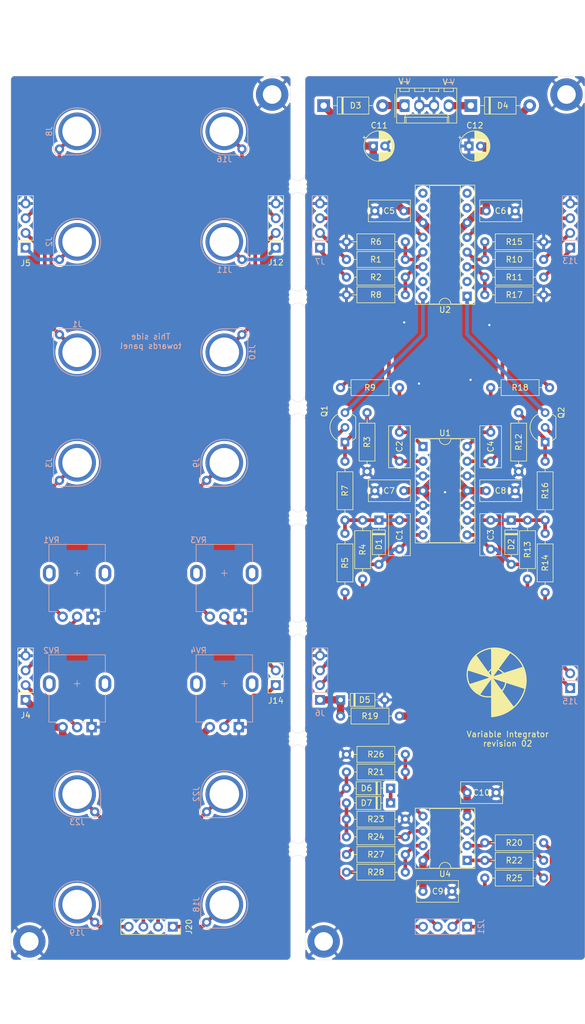
<source format=kicad_pcb>
(kicad_pcb (version 20221018) (generator pcbnew)
  (title_block (title "Variable Integrator and extras") (date "2022-09-03") (rev "r02") (comment 2 "creativecommons.org/licenses/by/4.0/") (comment 3 "License: CC BY 4.0") (comment 4 "Author: Guy John"))
  (layers (0 "F.Cu" signal) (31 "B.Cu" signal) (36 "B.SilkS" user "B.Silkscreen") (37 "F.SilkS" user "F.Silkscreen") (38 "B.Mask" user) (39 "F.Mask" user) (44 "Edge.Cuts" user))
  (net 0 "")
  (net 1 "/I1_Output_Main")
  (net 2 "/I2_Output_Main")
  (net 3 "+12V")
  (net 4 "GND")
  (net 5 "-12V")
  (net 6 "/Extras/NonLinearity_Input_Main")
  (net 7 "/I1_InputNeg_Ctrl")
  (net 8 "/I1_InputPos_Ctrl")
  (net 9 "Net-(J3-Pad1)")
  (net 10 "/I1_Output_Ctrl")
  (net 11 "/I1_InputNeg_Main")
  (net 12 "/I1_InputPos_Main")
  (net 13 "/I2_InputNeg_Ctrl")
  (net 14 "/I2_InputPos_Ctrl")
  (net 15 "/I2_Output_Ctrl")
  (net 16 "/I2_InputNeg_Main")
  (net 17 "/I2_InputPos_Main")
  (net 18 "/Extras/Inverter_Input_Ctrl")
  (net 19 "/Extras/Inverter_Output_Ctrl")
  (net 20 "/Extras/NonLinearity_Input_Ctrl")
  (net 21 "/Extras/NonLinearity_Output_Ctrl")
  (net 22 "/Extras/Inverter_Input_Main")
  (net 23 "/Extras/Inverter_Output_Main")
  (net 24 "/Extras/NonLinearity_Output_Main")
  (net 25 "Net-(D1-K)")
  (net 26 "Net-(D1-A)")
  (net 27 "Net-(U1A--)")
  (net 29 "Net-(D2-K)")
  (net 32 "Net-(D2-A)")
  (net 34 "Net-(U1D--)")
  (net 35 "Net-(C2-Pad2)")
  (net 36 "Net-(C4-Pad2)")
  (net 37 "Net-(D3-A)")
  (net 38 "Net-(D4-K)")
  (net 39 "Net-(D6-K)")
  (net 40 "Net-(D7-A)")
  (net 41 "/I1_Rate_Ctrl")
  (net 42 "/I1_RateCV_Ctrl")
  (net 43 "/I1_Rate_Main")
  (net 44 "/I1_RateCV_Main")
  (net 45 "Net-(J9-Pad1)")
  (net 46 "/I2_Rate_Ctrl")
  (net 47 "/I2_RateCV_Ctrl")
  (net 48 "/I2_Rate_Main")
  (net 49 "/I2_RateCV_Main")
  (net 50 "Net-(Q1-E)")
  (net 51 "Net-(Q1-C)")
  (net 52 "Net-(Q2-E)")
  (net 53 "Net-(Q2-C)")
  (net 54 "Net-(U2A--)")
  (net 55 "Net-(U2A-+)")
  (net 56 "Net-(U2C--)")
  (net 57 "Net-(R22-Pad1)")
  (net 58 "Net-(U2C-+)")
  (net 59 "Net-(R27-Pad1)")
  (net 60 "V_REF")
  (net 61 "Net-(U4A--)")
  (net 62 "Net-(U4B-+)")
  (net 63 "Net-(U4B--)")
  (footprint "Rumblesan_Standard_Parts:R_Axial_DIN0207_L6.3mm_D2.5mm_P10.16mm_Horizontal" (layer "F.Cu") (at 116.332 154.94)
    (fp_text reference "R21")
    (fp_text value "390k")
  )
  (footprint "Package_TO_SOT_THT:TO-92_Inline_Wide" (layer "F.Cu") (at 150.622 98.044 90)
    (fp_text reference "Q2")
    (fp_text value "2N3906")
  )
  (footprint "Rumblesan_Standard_Parts:C_Rect_L7.0mm_W3.5mm_P5.00mm" (layer "F.Cu") (at 126.238 58.166 180)
    (fp_text reference "C5")
    (fp_text value "100nF")
  )
  (footprint "Rumblesan_Standard_Parts:R_Axial_DIN0207_L6.3mm_D2.5mm_P10.16mm_Horizontal" (layer "F.Cu") (at 140.208 170.18)
    (fp_text reference "R22")
    (fp_text value "10k")
  )
  (footprint "Rumblesan_Standard_Parts:R_Axial_DIN0207_L6.3mm_D2.5mm_P10.16mm_Horizontal" (layer "F.Cu") (at 140.208 69.596)
    (fp_text reference "R11")
    (fp_text value "100k")
  )
  (footprint "Connector_PinSocket_2.54mm:PinSocket_1x04_P2.54mm_Vertical" (layer "F.Cu") (at 86.36 181.61 -90)
    (fp_text reference "J20")
    (fp_text value "Conn_01x04_Female" hide)
  )
  (footprint "Rumblesan_Standard_Parts:MountingHole_3.2mm_M3_DIN965_Pad" (layer "F.Cu") (at 112.395 184.15)
    (fp_text reference "H3" hide)
    (fp_text value "MountingHole_Pad" hide)
  )
  (footprint "Panelization:mouse-bite-2.54mm-slot" (layer "F.Cu") (at 107.95 92.075 90)
    (fp_text reference "mouse-bite-2.54mm-slot" hide)
    (fp_text value "VAL**" hide)
    (fp_arc (start -2.286 -1.27) (mid -1.016 0) (end -2.286 1.27) (stroke (width 0.05)) (layer "Edge.Cuts"))
    (fp_arc (start 2.286 1.27) (mid 1.016 0) (end 2.286 -1.27) (stroke (width 0.05)) (layer "Edge.Cuts"))
  )
  (footprint "Rumblesan_Standard_Parts:D_DO-35_SOD27_P7.62mm_Horizontal" (layer "F.Cu") (at 115.316 142.494)
    (fp_text reference "D5")
    (fp_text value "5v1")
  )
  (footprint "Rumblesan_Standard_Parts:MountingHole_3.2mm_M3_DIN965_Pad" (layer "F.Cu") (at 103.505 38.1)
    (fp_text reference "H2" hide)
    (fp_text value "MountingHole_Pad" hide)
  )
  (footprint "Rumblesan_Standard_Parts:R_Axial_DIN0207_L6.3mm_D2.5mm_P10.16mm_Horizontal" (layer "F.Cu") (at 126.492 72.644 180)
    (fp_text reference "R8")
    (fp_text value "220r")
  )
  (footprint "Rumblesan_Standard_Parts:DIP-16_W7.62mm_Socket" (layer "F.Cu") (at 137.15 72.898 180)
    (fp_text reference "U2")
    (fp_text value "LM13700")
  )
  (footprint "Connector_PinSocket_2.54mm:PinSocket_1x02_P2.54mm_Vertical" (layer "F.Cu") (at 104.14 139.954 180)
    (fp_text reference "J14")
    (fp_text value "Conn_01x02_Female" hide)
  )
  (footprint "Rumblesan_Standard_Parts:R_Axial_DIN0207_L6.3mm_D2.5mm_P10.16mm_Horizontal" (layer "F.Cu") (at 126.492 63.5 180)
    (fp_text reference "R6")
    (fp_text value "220r")
  )
  (footprint "Panelization:mouse-bite-2.54mm-slot" (layer "F.Cu") (at 107.95 73.025 90)
    (fp_text reference "mouse-bite-2.54mm-slot" hide)
    (fp_text value "VAL**" hide)
    (fp_arc (start -2.286 -1.27) (mid -1.016 0) (end -2.286 1.27) (stroke (width 0.05)) (layer "Edge.Cuts"))
    (fp_arc (start 2.286 1.27) (mid 1.016 0) (end 2.286 -1.27) (stroke (width 0.05)) (layer "Edge.Cuts"))
  )
  (footprint "Rumblesan_Standard_Parts:C_Rect_L7.0mm_W3.5mm_P5.00mm" (layer "F.Cu") (at 141.224 111.506 -90)
    (fp_text reference "C3")
    (fp_text value "100pF")
  )
  (footprint "Panelization:mouse-bite-2.54mm-slot" (layer "F.Cu") (at 107.95 53.975 90)
    (fp_text reference "mouse-bite-2.54mm-slot" hide)
    (fp_text value "VAL**" hide)
    (fp_arc (start -2.286 -1.27) (mid -1.016 0) (end -2.286 1.27) (stroke (width 0.05)) (layer "Edge.Cuts"))
    (fp_arc (start 2.286 1.27) (mid 1.016 0) (end 2.286 -1.27) (stroke (width 0.05)) (layer "Edge.Cuts"))
  )
  (footprint "Rumblesan_Standard_Parts:R_Axial_DIN0207_L6.3mm_D2.5mm_P10.16mm_Horizontal" (layer "F.Cu") (at 115.316 145.288)
    (fp_text reference "R19")
    (fp_text value "1k")
  )
  (footprint "Panelization:mouse-bite-2.54mm-slot" (layer "F.Cu") (at 107.95 130.175 90)
    (fp_text reference "mouse-bite-2.54mm-slot" hide)
    (fp_text value "VAL**" hide)
    (fp_arc (start -2.286 -1.27) (mid -1.016 0) (end -2.286 1.27) (stroke (width 0.05)) (layer "Edge.Cuts"))
    (fp_arc (start 2.286 1.27) (mid 1.016 0) (end 2.286 -1.27) (stroke (width 0.05)) (layer "Edge.Cuts"))
  )
  (footprint "Rumblesan_Standard_Parts:D_DO-41_SOD81_P10.16mm_Horizontal" (layer "F.Cu") (at 137.795 40.005)
    (fp_text reference "D4")
    (fp_text value "1N5818")
  )
  (footprint "Rumblesan_Standard_Parts:R_Axial_DIN0207_L6.3mm_D2.5mm_P10.16mm_Horizontal" (layer "F.Cu") (at 119.126 111.506 -90)
    (fp_text reference "R4")
    (fp_text value "100k")
  )
  (footprint "Rumblesan_Standard_Parts:R_Axial_DIN0207_L6.3mm_D2.5mm_P10.16mm_Horizontal" (layer "F.Cu") (at 140.208 66.548)
    (fp_text reference "R10")
    (fp_text value "100k")
  )
  (footprint "Rumblesan_Standard_Parts:R_Axial_DIN0207_L6.3mm_D2.5mm_P10.16mm_Horizontal" (layer "F.Cu") (at 126.492 66.548 180)
    (fp_text reference "R1")
    (fp_text value "100k")
  )
  (footprint "Rumblesan_Standard_Parts:R_Axial_DIN0207_L6.3mm_D2.5mm_P10.16mm_Horizontal" (layer "F.Cu") (at 150.622 123.952 90)
    (fp_text reference "R14")
    (fp_text value "100k")
  )
  (footprint "Rumblesan_Panel_Graphics:Logo_Ammonite-simple_small_10.4mmx12.0mm" (layer "F.Cu") (at 141.605 138.43)
    (fp_text reference "G***" hide)
    (fp_text value "LOGO" hide)
  )
  (footprint "Rumblesan_Standard_Parts:D_DO-41_SOD81_P10.16mm_Horizontal" (layer "F.Cu") (at 112.395 40.005)
    (fp_text reference "D3")
    (fp_text value "1N5818")
  )
  (footprint "Rumblesan_Standard_Parts:DIP-8_W7.62mm_Socket" (layer "F.Cu") (at 137.16 170.18 180)
    (fp_text reference "U4")
    (fp_text value "TL072")
  )
  (footprint "Rumblesan_Standard_Parts:R_Axial_DIN0207_L6.3mm_D2.5mm_P10.16mm_Horizontal" (layer "F.Cu") (at 151.384 88.646 180)
    (fp_text reference "R18")
    (fp_text value "330r")
  )
  (footprint "Rumblesan_Standard_Parts:D_DO-35_SOD27_P7.62mm_Horizontal" (layer "F.Cu") (at 121.92 111.506 -90)
    (fp_text reference "D1")
    (fp_text value "1N4148")
  )
  (footprint "Rumblesan_Standard_Parts:R_Axial_DIN0207_L6.3mm_D2.5mm_P10.16mm_Horizontal" (layer "F.Cu") (at 140.208 63.5)
    (fp_text reference "R15")
    (fp_text value "220r")
  )
  (footprint "Rumblesan_Standard_Parts:R_Axial_DIN0207_L6.3mm_D2.5mm_P10.16mm_Horizontal" (layer "F.Cu") (at 126.492 69.596 180)
    (fp_text reference "R2")
    (fp_text value "100k")
  )
  (footprint "Rumblesan_Standard_Parts:C_Rect_L7.0mm_W3.5mm_P5.00mm" (layer "F.Cu") (at 142.16 158.496 180)
    (fp_text reference "C10")
    (fp_text value "100nF")
  )
  (footprint "Rumblesan_Standard_Parts:CP_Radial_D5.0mm_P2.00mm" (layer "F.Cu") (at 137.474888 46.99)
    (fp_text reference "C12")
    (fp_text value "10uF")
  )
  (footprint "Rumblesan_Standard_Parts:R_Axial_DIN0207_L6.3mm_D2.5mm_P10.16mm_Horizontal" (layer "F.Cu") (at 116.332 172.212)
    (fp_text reference "R28")
    (fp_text value "330r")
  )
  (footprint "Rumblesan_Standard_Parts:R_Axial_DIN0207_L6.3mm_D2.5mm_P10.16mm_Horizontal" (layer "F.Cu") (at 116.078 123.952 90)
    (fp_text reference "R5")
    (fp_text value "100k")
  )
  (footprint "Rumblesan_Standard_Parts:R_Axial_DIN0207_L6.3mm_D2.5mm_P10.16mm_Horizontal" (layer "F.Cu") (at 146.05 103.124 90)
    (fp_text reference "R12")
    (fp_text value "10k")
  )
  (footprint "Rumblesan_Standard_Parts:C_Rect_L7.0mm_W3.5mm_P5.00mm" (layer "F.Cu") (at 129.54 175.514)
    (fp_text reference "C9")
    (fp_text value "100nF")
  )
  (footprint "Rumblesan_Standard_Parts:C_Rect_L7.0mm_W3.5mm_P5.00mm" (layer "F.Cu") (at 145.462 106.426 180)
    (fp_text reference "C8")
    (fp_text value "100nF")
  )
  (footprint "Connector_PinSocket_2.54mm:PinSocket_1x04_P2.54mm_Vertical" (layer "F.Cu") (at 104.14 64.516 180)
    (fp_text reference "J12")
    (fp_text value "Conn_01x04_Female" hide)
  )
  (footprint "Rumblesan_Standard_Parts:R_Axial_DIN0207_L6.3mm_D2.5mm_P10.16mm_Horizontal" (layer "F.Cu") (at 116.078 101.346 -90)
    (fp_text reference "R7")
    (fp_text value "100k")
  )
  (footprint "Panelization:mouse-bite-2.54mm-slot" (layer "F.Cu") (at 107.95 149.225 90)
    (fp_text reference "mouse-bite-2.54mm-slot" hide)
    (fp_text value "VAL**" hide)
    (fp_arc (start -2.286 -1.27) (mid -1.016 0) (end -2.286 1.27) (stroke (width 0.05)) (layer "Edge.Cuts"))
    (fp_arc (start 2.286 1.27) (mid 1.016 0) (end 2.286 -1.27) (stroke (width 0.05)) (layer "Edge.Cuts"))
  )
  (footprint "4U_Power:4u_Power_Molex_KK-254_P2.54mm" (layer "F.Cu") (at 126.365 40.02499)
    (fp_text reference "J17" hide)
    (fp_text value "4U_Power")
  )
  (footprint "Rumblesan_Standard_Parts:R_Axial_DIN0207_L6.3mm_D2.5mm_P10.16mm_Horizontal" (layer "F.Cu") (at 140.208 72.644)
    (fp_text reference "R17")
    (fp_text value "220r")
  )
  (footprint "Rumblesan_Standard_Parts:R_Axial_DIN0207_L6.3mm_D2.5mm_P10.16mm_Horizontal" (layer "F.Cu") (at 126.492 163.068 180)
    (fp_text reference "R23")
    (fp_text value "2k2")
  )
  (footprint "Rumblesan_Standard_Parts:R_Axial_DIN0207_L6.3mm_D2.5mm_P10.16mm_Horizontal" (layer "F.Cu") (at 147.574 111.506 -90)
    (fp_text reference "R13")
    (fp_text value "100k")
  )
  (footprint "Rumblesan_Standard_Parts:MountingHole_3.2mm_M3_DIN965_Pad" (layer "F.Cu") (at 154.305 38.1)
    (fp_text reference "H4" hide)
    (fp_text value "MountingHole_Pad" hide)
  )
  (footprint "Rumblesan_Standard_Parts:C_Rect_L7.0mm_W3.5mm_P5.00mm" (layer "F.Cu") (at 126.238 106.426 180)
    (fp_text reference "C7")
    (fp_text value "100nF")
  )
  (footprint "Rumblesan_Standard_Parts:R_Axial_DIN0207_L6.3mm_D2.5mm_P10.16mm_Horizontal" (layer "F.Cu") (at 140.208 167.132)
    (fp_text reference "R20")
    (fp_text value "10k")
  )
  (footprint "Rumblesan_Standard_Parts:C_Rect_L7.0mm_W3.5mm_P5.00mm" (layer "F.Cu") (at 125.476 101.346 90)
    (fp_text reference "C2")
    (fp_text value "1nF")
  )
  (footprint "Rumblesan_Standard_Parts:R_Axial_DIN0207_L6.3mm_D2.5mm_P10.16mm_Horizontal" (layer "F.Cu") (at 116.332 151.892)
    (fp_text reference "R26")
    (fp_text value "100k")
  )
  (footprint "Connector_PinSocket_2.54mm:PinSocket_1x04_P2.54mm_Vertical" (layer "F.Cu") (at 60.96 142.494 180)
    (fp_text reference "J4")
    (fp_text value "Conn_01x04_Female" hide)
  )
  (footprint "Rumblesan_Standard_Parts:C_Rect_L7.0mm_W3.5mm_P5.00mm" (layer "F.Cu") (at 145.462 58.166 180)
    (fp_text reference "C6")
    (fp_text value "100nF")
  )
  (footprint "Rumblesan_Standard_Parts:MountingHole_3.2mm_M3_DIN965_Pad" (layer "F.Cu") (at 61.595 184.15)
    (fp_text reference "H1" hide)
    (fp_text value "MountingHole_Pad" hide)
  )
  (footprint "Rumblesan_Standard_Parts:R_Axial_DIN0207_L6.3mm_D2.5mm_P10.16mm_Horizontal" (layer "F.Cu") (at 119.888 103.124 90)
    (fp_text reference "R3")
    (fp_text value "10k")
  )
  (footprint "Rumblesan_Standard_Parts:R_Axial_DIN0207_L6.3mm_D2.5mm_P10.16mm_Horizontal" (layer "F.Cu") (at 126.492 166.116 180)
    (fp_text reference "R24")
    (fp_text value "27k")
  )
  (footprint "Rumblesan_Standard_Parts:R_Axial_DIN0207_L6.3mm_D2.5mm_P10.16mm_Horizontal" (layer "F.Cu") (at 115.316 88.646)
    (fp_text reference "R9")
    (fp_text value "330r")
  )
  (footprint "Panelization:mouse-bite-2.54mm-slot" (layer "F.Cu") (at 107.95 111.125 90)
    (fp_text reference "mouse-bite-2.54mm-slot" hide)
    (fp_text value "VAL**" hide)
    (fp_arc (start -2.286 -1.27) (mid -1.016 0) (end -2.286 1.27) (stroke (width 0.05)) (layer "Edge.Cuts"))
    (fp_arc (start 2.286 1.27) (mid 1.016 0) (end 2.286 -1.27) (stroke (width 0.05)) (layer "Edge.Cuts"))
  )
  (footprint "Rumblesan_Standard_Parts:R_Axial_DIN0207_L6.3mm_D2.5mm_P10.16mm_Horizontal" (layer "F.Cu") (at 126.492 169.164 180)
    (fp_text reference "R27")
    (fp_text value "100k")
  )
  (footprint "Connector_PinSocket_2.54mm:PinSocket_1x04_P2.54mm_Vertical" (layer "F.Cu") (at 60.96 64.516 180)
    (fp_text reference "J5")
    (fp_text value "Conn_01x04_Female" hide)
  )
  (footprint "Rumblesan_Standard_Parts:D_DO-35_SOD27_P7.62mm_Horizontal" (layer "F.Cu") (at 123.952 157.734 180)
    (fp_text reference "D6")
    (fp_text value "4v3")
  )
  (footprint "Rumblesan_Standard_Parts:R_Axial_DIN0207_L6.3mm_D2.5mm_P10.16mm_Horizontal" (layer "F.Cu") (at 150.622 101.346 -90)
    (fp_text reference "R16")
    (fp_text value "100k")
  )
  (footprint "Rumblesan_Standard_Parts:CP_Radial_D5.0mm_P2.00mm" (layer "F.Cu") (at 120.964888 46.99)
    (fp_text reference "C11")
    (fp_text value "10uF")
  )
  (footprint "Panelization:mouse-bite-2.54mm-slot" (layer "F.Cu") (at 107.95 168.275 90)
    (fp_text reference "mouse-bite-2.54mm-slot" hide)
    (fp_text value "VAL**" hide)
    (fp_arc (start -2.286 -1.27) (mid -1.016 0) (end -2.286 1.27) (stroke (width 0.05)) (layer "Edge.Cuts"))
    (fp_arc (start 2.286 1.27) (mid 1.016 0) (end 2.286 -1.27) (stroke (width 0.05)) (layer "Edge.Cuts"))
  )
  (footprint "Rumblesan_Standard_Parts:D_DO-35_SOD27_P7.62mm_Horizontal" (layer "F.Cu") (at 144.78 111.506 -90)
    (fp_text reference "D2")
    (fp_text value "1N4148")
  )
  (footprint "Rumblesan_Standard_Parts:C_Rect_L7.0mm_W3.5mm_P5.00mm" (layer "F.Cu") (at 141.224 101.346 90)
    (fp_text reference "C4")
    (fp_text value "1nF")
  )
  (footprint "Rumblesan_Standard_Parts:C_Rect_L7.0mm_W3.5mm_P5.00mm" (layer "F.Cu") (at 125.476 111.506 -90)
    (fp_text reference "C1")
    (fp_text value "100pF")
  )
  (footprint "Package_TO_SOT_THT:TO-92_Inline_Wide" (layer "F.Cu") (at 116.078 98.044 90)
    (fp_text reference "Q1")
    (fp_text value "2N3906")
  )
  (footprint "Rumblesan_Standard_Parts:DIP-14_W7.62mm_Socket" (layer "F.Cu") (at 129.54 98.806)
    (fp_text reference "U1")
    (fp_text value "TL074")
  )
  (footprint "Rumblesan_Standard_Parts:R_Axial_DIN0207_L6.3mm_D2.5mm_P10.16mm_Horizontal" (layer "F.Cu") (at 140.208 173.228)
    (fp_text reference "R25")
    (fp_text value "330r")
  )
  (footprint "Rumblesan_Standard_Parts:D_DO-35_SOD27_P7.62mm_Horizontal" (layer "F.Cu") (at 123.952 160.274 180)
    (fp_text reference "D7")
    (fp_text value "4v3")
  )
  (footprint "Rumblesan_Standard_Parts:Potentiometer_Alpha_RD901F-40-00D_Single_Vertical" (layer "B.Cu") (at 95.25 120.65 180)
    (fp_text reference "RV3")
    (fp_text value "100k" hide)
  )
  (footprint "Connector_PinHeader_2.54mm:PinHeader_1x04_P2.54mm_Vertical" (layer "B.Cu") (at 154.94 64.516)
    (fp_text reference "J13")
    (fp_text value "Conn_01x04_Male" hide)
  )
  (footprint "Rumblesan_Standard_Parts:BananaJack_THT_JohnsonCinch_108-09" (layer "B.Cu") (at 69.85 177.8)
    (fp_text reference "J19")
    (fp_text value "Banana Socket PanelMount" hide)
  )
  (footprint "Rumblesan_Standard_Parts:BananaJack_THT_JohnsonCinch_108-09" (layer "B.Cu") (at 95.25 82.55 90)
    (fp_text reference "J10")
    (fp_text value "Banana Socket PanelMount" hide)
  )
  (footprint "Rumblesan_Standard_Parts:BananaJack_THT_JohnsonCinch_108-09" (layer "B.Cu") (at 95.25 44.45)
    (fp_text reference "J16")
    (fp_text value "Banana Socket PanelMount" hide)
  )
  (footprint "Rumblesan_Standard_Parts:BananaJack_THT_JohnsonCinch_108-09" (layer "B.Cu") (at 69.85 63.5 -90)
    (fp_text reference "J2")
    (fp_text value "Banana Socket PanelMount" hide)
  )
  (footprint "Rumblesan_Standard_Parts:BananaJack_THT_JohnsonCinch_108-09" (layer "B.Cu") (at 95.25 177.8 -90)
    (fp_text reference "J18")
    (fp_text value "Banana Socket PanelMount" hide)
  )
  (footprint "Rumblesan_Standard_Parts:BananaJack_THT_JohnsonCinch_108-09" (layer "B.Cu") (at 95.25 101.6 -90)
    (fp_text reference "J9")
    (fp_text value "Banana Socket PanelMount" hide)
  )
  (footprint "Rumblesan_Standard_Parts:BananaJack_THT_JohnsonCinch_108-09" (layer "B.Cu") (at 95.25 158.75 -90)
    (fp_text reference "J22")
    (fp_text value "Banana Socket PanelMount" hide)
  )
  (footprint "Rumblesan_Standard_Parts:Potentiometer_Alpha_RD901F-40-00D_Single_Vertical" (layer "B.Cu") (at 69.85 120.65 180)
    (fp_text reference "RV1")
    (fp_text value "100k" hide)
  )
  (footprint "Rumblesan_Standard_Parts:BananaJack_THT_JohnsonCinch_108-09" (layer "B.Cu") (at 69.85 44.45 -90)
    (fp_text reference "J8")
    (fp_text value "Banana Socket PanelMount" hide)
  )
  (footprint "Connector_PinHeader_2.54mm:PinHeader_1x04_P2.54mm_Vertical" (layer "B.Cu") (at 111.76 64.516)
    (fp_text reference "J7")
    (fp_text value "Conn_01x04_Male" hide)
  )
  (footprint "Rumblesan_Standard_Parts:BananaJack_THT_JohnsonCinch_108-09" (layer "B.Cu") (at 69.85 101.6 -90)
    (fp_text reference "J3")
    (fp_text value "Banana Socket PanelMount" hide)
  )
  (footprint "Rumblesan_Standard_Parts:Potentiometer_Alpha_RD901F-40-00D_Single_Vertical" (layer "B.Cu") (at 95.25 139.7 180)
    (fp_text reference "RV4")
    (fp_text value "100k" hide)
  )
  (footprint "Rumblesan_Standard_Parts:BananaJack_THT_JohnsonCinch_108-09" (layer "B.Cu") (at 69.85 82.55 180)
    (fp_text reference "J1")
    (fp_text value "Banana Socket PanelMount" hide)
  )
  (footprint "Connector_PinHeader_2.54mm:PinHeader_1x04_P2.54mm_Vertical" (layer "B.Cu") (at 137.16 181.61 90)
    (fp_text reference "J21")
    (fp_text value "Conn_01x04_Male" hide)
  )
  (footprint "Rumblesan_Standard_Parts:BananaJack_THT_JohnsonCinch_108-09" (layer "B.Cu") (at 69.85 158.75)
    (fp_text reference "J23")
    (fp_text value "Banana Socket PanelMount" hide)
  )
  (footprint "Rumblesan_Standard_Parts:BananaJack_THT_JohnsonCinch_108-09" (layer "B.Cu") (at 95.25 63.5)
    (fp_text reference "J11")
    (fp_text value "Banana Socket PanelMount" hide)
  )
  (footprint "Connector_PinHeader_2.54mm:PinHeader_1x04_P2.54mm_Vertical" (layer "B.Cu") (at 111.76 142.494)
    (fp_text reference "J6")
    (fp_text value "Conn_01x04_Male" hide)
  )
  (footprint "Rumblesan_Standard_Parts:Potentiometer_Alpha_RD901F-40-00D_Single_Vertical" (layer "B.Cu") (at 69.85 139.7 180)
    (fp_text reference "RV2")
    (fp_text value "100k" hide)
  )
  (footprint "Connector_PinHeader_2.54mm:PinHeader_1x02_P2.54mm_Vertical" (layer "B.Cu") (at 154.94 140.462)
    (fp_text reference "J15")
    (fp_text value "Conn_01x02_Male" hide)
  )
  (gr_line (start 109.22 35.56) (end 109.22 51.689) (stroke (width 0.05)) (layer "Edge.Cuts"))
  (gr_line (start 106.68 170.561) (end 106.68 186.69) (stroke (width 0.05)) (layer "Edge.Cuts"))
  (gr_arc (start 106.68 186.69) (mid 106.494013 187.139013) (end 106.045 187.325) (stroke (width 0.05)) (layer "Edge.Cuts"))
  (gr_arc (start 109.22 35.56) (mid 109.405987 35.110987) (end 109.855 34.925) (stroke (width 0.05)) (layer "Edge.Cuts"))
  (gr_arc (start 106.045 34.925) (mid 106.494013 35.110987) (end 106.68 35.56) (stroke (width 0.05)) (layer "Edge.Cuts"))
  (gr_line (start 58.42 186.69) (end 58.42 35.56) (stroke (width 0.05)) (layer "Edge.Cuts"))
  (gr_line (start 109.22 94.361) (end 109.22 108.839) (stroke (width 0.05)) (layer "Edge.Cuts"))
  (gr_line (start 109.22 113.411) (end 109.22 127.889) (stroke (width 0.05)) (layer "Edge.Cuts"))
  (gr_line (start 157.48 186.69) (end 157.48 35.56) (stroke (width 0.05)) (layer "Edge.Cuts"))
  (gr_line (start 109.22 75.311) (end 109.22 89.789) (stroke (width 0.05)) (layer "Edge.Cuts"))
  (gr_line (start 109.855 187.325) (end 156.845 187.325) (stroke (width 0.05)) (layer "Edge.Cuts"))
  (gr_line (start 59.055 34.925) (end 106.045 34.925) (stroke (width 0.05)) (layer "Edge.Cuts"))
  (gr_line (start 106.68 75.311) (end 106.68 89.789) (stroke (width 0.05)) (layer "Edge.Cuts"))
  (gr_line (start 106.68 94.361) (end 106.68 108.839) (stroke (width 0.05)) (layer "Edge.Cuts"))
  (gr_line (start 109.22 151.511) (end 109.22 165.989) (stroke (width 0.05)) (layer "Edge.Cuts"))
  (gr_line (start 156.845 34.925) (end 109.855 34.925) (stroke (width 0.05)) (layer "Edge.Cuts"))
  (gr_arc (start 58.42 35.56) (mid 58.605987 35.110987) (end 59.055 34.925) (stroke (width 0.05)) (layer "Edge.Cuts"))
  (gr_line (start 106.68 35.56) (end 106.68 51.689) (stroke (width 0.05)) (layer "Edge.Cuts"))
  (gr_line (start 106.68 113.411) (end 106.68 127.889) (stroke (width 0.05)) (layer "Edge.Cuts"))
  (gr_line (start 106.68 132.461) (end 106.68 146.939) (stroke (width 0.05)) (layer "Edge.Cuts"))
  (gr_arc (start 59.055 187.325) (mid 58.605987 187.139013) (end 58.42 186.69) (stroke (width 0.05)) (layer "Edge.Cuts"))
  (gr_arc (start 156.845 34.925) (mid 157.294013 35.110987) (end 157.48 35.56) (stroke (width 0.05)) (layer "Edge.Cuts"))
  (gr_line (start 109.22 56.261) (end 109.22 70.739) (stroke (width 0.05)) (layer "Edge.Cuts"))
  (gr_line (start 106.68 151.511) (end 106.68 165.989) (stroke (width 0.05)) (layer "Edge.Cuts"))
  (gr_arc (start 109.855 187.325) (mid 109.405987 187.139013) (end 109.22 186.69) (stroke (width 0.05)) (layer "Edge.Cuts"))
  (gr_line (start 106.045 187.325) (end 59.055 187.325) (stroke (width 0.05)) (layer "Edge.Cuts"))
  (gr_line (start 109.22 170.561) (end 109.22 186.69) (stroke (width 0.05)) (layer "Edge.Cuts"))
  (gr_arc (start 157.48 186.69) (mid 157.294013 187.139013) (end 156.845 187.325) (stroke (width 0.05)) (layer "Edge.Cuts"))
  (gr_line (start 109.22 132.461) (end 109.22 146.939) (stroke (width 0.05)) (layer "Edge.Cuts"))
  (gr_line (start 106.68 56.261) (end 106.68 70.739) (stroke (width 0.05)) (layer "Edge.Cuts"))
  (gr_text "This side\ntowards panel" (at 82.55 80.645) (layer "B.SilkS") (effects (font (size 1 1)) (justify mirror)))
  (gr_text "Variable Integrator\nrevision 02" (at 144.145 149.225) (layer "F.SilkS") (effects (font (size 1 1))))
  (segment (start 118.872 62.738) (end 115.57 59.436) (width 0.635) (layer "F.Cu") (net 1))
  (segment (start 115.57 59.436) (end 111.76 59.436) (width 0.635) (layer "F.Cu") (net 1))
  (segment (start 118.872 85.09) (end 118.872 62.738) (width 0.635) (layer "F.Cu") (net 1))
  (segment (start 115.316 88.646) (end 118.872 85.09) (width 0.635) (layer "F.Cu") (net 1))
  (segment (start 147.574 84.836) (end 147.574 62.738) (width 0.635) (layer "F.Cu") (net 2))
  (segment (start 150.876 59.436) (end 154.94 59.436) (width 0.635) (layer "F.Cu") (net 2))
  (segment (start 151.384 88.646) (end 147.574 84.836) (width 0.635) (layer "F.Cu") (net 2))
  (segment (start 147.574 62.738) (end 150.876 59.436) (width 0.635) (layer "F.Cu") (net 2))
  (segment (start 119.38 46.99) (end 112.395 40.005) (width 1.27) (layer "F.Cu") (net 3))
  (segment (start 120.964888 52.892888) (end 126.238 58.166) (width 1.27) (layer "F.Cu") (net 3))
  (segment (start 120.964888 46.99) (end 120.964888 52.892888) (width 1.27) (layer "F.Cu") (net 3))
  (segment (start 131.826 145.034) (end 131.572 145.288) (width 1.27) (layer "F.Cu") (net 3))
  (segment (start 129.53 60.198) (end 131.826 62.494) (width 1.27) (layer "F.Cu") (net 3))
  (segment (start 131.826 108.712) (end 131.826 139.7) (width 1.27) (layer "F.Cu") (net 3))
  (segment (start 131.826 167.894) (end 129.54 170.18) (width 1.27) (layer "F.Cu") (net 3))
  (segment (start 120.964888 46.99) (end 119.38 46.99) (width 1.27) (layer "F.Cu") (net 3))
  (segment (start 131.572 145.288) (end 125.476 145.288) (width 1.27) (layer "F.Cu") (net 3))
  (segment (start 126.238 58.166) (end 127.498 58.166) (width 1.27) (layer "F.Cu") (net 3))
  (segment (start 129.54 106.426) (end 131.826 108.712) (width 1.27) (layer "F.Cu") (net 3))
  (segment (start 127.498 58.166) (end 129.53 60.198) (width 1.27) (layer "F.Cu") (net 3))
  (segment (start 131.826 139.7) (end 131.826 145.034) (width 1.27) (layer "F.Cu") (net 3))
  (segment (start 126.238 106.426) (end 129.54 106.426) (width 1.27) (layer "F.Cu") (net 3))
  (segment (start 131.826 104.14) (end 129.54 106.426) (width 1.27) (layer "F.Cu") (net 3))
  (segment (start 129.54 170.18) (end 129.54 175.514) (width 1.27) (layer "F.Cu") (net 3))
  (segment (start 131.826 62.494) (end 131.826 104.14) (width 1.27) (layer "F.Cu") (net 3))
  (segment (start 131.826 145.034) (end 131.826 167.894) (width 1.27) (layer "F.Cu") (net 3))
  (via (at 133.35 106.68) (size 0.762) (drill 0.381) (layers "F.Cu" "B.Cu") (net 4))
  (via (at 128.85 87.95) (size 0.762) (drill 0.381) (layers "F.Cu" "B.Cu") (net 4))
  (via (at 126.3 77.4) (size 0.762) (drill 0.381) (layers "F.Cu" "B.Cu") (net 4))
  (via (at 137.75 87.3) (size 0.762) (drill 0.381) (layers "F.Cu" "B.Cu") (net 4))
  (via (at 141 77.85) (size 0.762) (drill 0.381) (layers "F.Cu" "B.Cu") (net 4))
  (segment (start 137.16 106.426) (end 134.766588 108.819412) (width 1.27) (layer "F.Cu") (net 5))
  (segment (start 139.182 58.166) (end 137.15 60.198) (width 1.27) (layer "F.Cu") (net 5))
  (segment (start 139.474888 46.99) (end 140.97 46.99) (width 1.27) (layer "F.Cu") (net 5))
  (segment (start 134.766588 108.819412) (end 134.766588 156.102588) (width 1.27) (layer "F.Cu") (net 5))
  (segment (start 140.97 46.99) (end 147.955 40.005) (width 1.27) (layer "F.Cu") (net 5))
  (segment (start 137.15 60.198) (end 134.756588 62.591412) (width 1.27) (layer "F.Cu") (net 5))
  (segment (start 137.16 106.426) (end 140.462 106.426) (width 1.27) (layer "F.Cu") (net 5))
  (segment (start 140.462 47.498) (end 140.462 58.166) (width 1.27) (layer "F.Cu") (net 5))
  (segment (start 140.97 46.99) (end 140.462 47.498) (width 1.27) (layer "F.Cu") (net 5))
  (segment (start 134.756588 62.591412) (end 134.756588 104.022588) (width 1.27) (layer "F.Cu") (net 5))
  (segment (start 134.756588 104.022588) (end 137.16 106.426) (width 1.27) (layer "F.Cu") (net 5))
  (segment (start 137.16 158.496) (end 137.16 162.56) (width 1.27) (layer "F.Cu") (net 5))
  (segment (start 140.462 58.166) (end 139.182 58.166) (width 1.27) (layer "F.Cu") (net 5))
  (segment (start 134.766588 156.102588) (end 137.16 158.496) (width 1.27) (layer "F.Cu") (net 5))
  (segment (start 129.54 181.61) (end 123.790406 181.61) (width 0.635) (layer "F.Cu") (net 6))
  (segment (start 116.332 154.94) (end 116.332 157.734) (width 0.635) (layer "F.Cu") (net 6))
  (segment (start 123.790406 181.61) (end 114.9605 172.780094) (width 0.635) (layer "F.Cu") (net 6))
  (segment (start 114.9605 159.1055) (end 116.332 157.734) (width 0.635) (layer "F.Cu") (net 6))
  (segment (start 114.9605 172.780094) (end 114.9605 159.1055) (width 0.635) (layer "F.Cu") (net 6))
  (segment (start 66.802 79.502) (end 69.85 82.55) (width 0.635) (layer "F.Cu") (net 7))
  (segment (start 64.262 65.278) (end 64.262 76.962) (width 0.635) (layer "F.Cu") (net 7))
  (segment (start 64.262 76.962) (end 66.802 79.502) (width 0.635) (layer "F.Cu") (net 7))
  (segment (start 60.96 61.976) (end 64.262 65.278) (width 0.635) (layer "F.Cu") (net 7))
  (segment (start 66.802 66.548) (end 69.85 63.5) (width 0.635) (layer "F.Cu") (net 8))
  (segment (start 66.802 66.548) (end 62.992 66.548) (width 0.635) (layer "B.Cu") (net 8))
  (segment (start 62.992 66.548) (end 60.96 64.516) (width 0.635) (layer "B.Cu") (net 8))
  (segment (start 67.35 128.15) (end 61.722 122.522) (width 0.635) (layer "F.Cu") (net 9))
  (segment (start 66.802 104.648) (end 69.85 101.6) (width 0.635) (layer "F.Cu") (net 9))
  (segment (start 61.722 109.728) (end 66.802 104.648) (width 0.635) (layer "F.Cu") (net 9))
  (segment (start 61.722 122.522) (end 61.722 109.728) (width 0.635) (layer "F.Cu") (net 9))
  (segment (start 66.802 47.498) (end 69.85 44.45) (width 0.635) (layer "F.Cu") (net 10))
  (segment (start 60.96 59.436) (end 66.802 53.594) (width 0.635) (layer "F.Cu") (net 10))
  (segment (start 66.802 53.594) (end 66.802 47.498) (width 0.635) (layer "F.Cu") (net 10))
  (segment (start 111.76 61.976) (end 116.332 66.548) (width 0.635) (layer "F.Cu") (net 11))
  (segment (start 111.76 65.024) (end 116.332 69.596) (width 0.635) (layer "F.Cu") (net 12))
  (segment (start 111.76 64.516) (end 111.76 65.024) (width 0.635) (layer "F.Cu") (net 12))
  (segment (start 100.584 65.532) (end 100.584 77.216) (width 0.635) (layer "F.Cu") (net 13))
  (segment (start 100.584 77.216) (end 98.298 79.502) (width 0.635) (layer "F.Cu") (net 13))
  (segment (start 98.298 79.502) (end 95.25 82.55) (width 0.635) (layer "F.Cu") (net 13))
  (segment (start 104.14 61.976) (end 100.584 65.532) (width 0.635) (layer "F.Cu") (net 13))
  (segment (start 95.25 63.5) (end 98.298 66.548) (width 0.635) (layer "F.Cu") (net 14))
  (segment (start 102.108 66.548) (end 104.14 64.516) (width 0.635) (layer "B.Cu") (net 14))
  (segment (start 98.298 66.548) (end 102.108 66.548) (width 0.635) (layer "B.Cu") (net 14))
  (segment (start 98.298 47.498) (end 98.298 53.594) (width 0.635) (layer "F.Cu") (net 15))
  (segment (start 98.298 53.594) (end 104.14 59.436) (width 0.635) (layer "F.Cu") (net 15))
  (segment (start 95.25 44.45) (end 98.298 47.498) (width 0.635) (layer "F.Cu") (net 15))
  (segment (start 150.368 66.548) (end 154.94 61.976) (width 0.635) (layer "F.Cu") (net 16))
  (segment (start 150.368 69.596) (end 154.94 65.024) (width 0.635) (layer "F.Cu") (net 17))
  (segment (start 154.94 65.024) (end 154.94 64.516) (width 0.635) (layer "F.Cu") (net 17))
  (segment (start 91.44 181.61) (end 92.202 180.848) (width 0.635) (layer "F.Cu") (net 18))
  (segment (start 86.36 181.61) (end 91.44 181.61) (width 0.635) (layer "F.Cu") (net 18))
  (segment (start 92.202 180.848) (end 95.25 177.8) (width 0.635) (layer "F.Cu") (net 18))
  (segment (start 83.82 181.61) (end 83.82 170.18) (width 0.635) (layer "F.Cu") (net 19))
  (segment (start 92.202 161.798) (end 95.25 158.75) (width 0.635) (layer "F.Cu") (net 19))
  (segment (start 83.82 170.18) (end 92.202 161.798) (width 0.635) (layer "F.Cu") (net 19))
  (segment (start 78.74 181.61) (end 73.66 181.61) (width 0.635) (layer "F.Cu") (net 20))
  (segment (start 73.66 181.61) (end 72.898 180.848) (width 0.635) (layer "F.Cu") (net 20))
  (segment (start 72.898 180.848) (end 69.85 177.8) (width 0.635) (layer "F.Cu") (net 20))
  (segment (start 81.28 181.61) (end 81.28 170.18) (width 0.635) (layer "F.Cu") (net 21))
  (segment (start 72.898 161.798) (end 69.85 158.75) (width 0.635) (layer "F.Cu") (net 21))
  (segment (start 81.28 170.18) (end 72.898 161.798) (width 0.635) (layer "F.Cu") (net 21))
  (segment (start 137.16 181.61) (end 143.925594 181.61) (width 0.635) (layer "F.Cu") (net 22))
  (segment (start 143.925594 181.61) (end 151.7395 173.796094) (width 0.635) (layer "F.Cu") (net 22))
  (segment (start 151.7395 168.5035) (end 150.368 167.132) (width 0.635) (layer "F.Cu") (net 22))
  (segment (start 151.7395 173.796094) (end 151.7395 168.5035) (width 0.635) (layer "F.Cu") (net 22))
  (segment (start 140.208 176.022) (end 140.208 173.228) (width 0.635) (layer "F.Cu") (net 23))
  (segment (start 134.62 181.61) (end 140.208 176.022) (width 0.635) (layer "F.Cu") (net 23))
  (segment (start 122.682 172.212) (end 132.08 181.61) (width 0.635) (layer "F.Cu") (net 24))
  (segment (start 116.332 172.212) (end 122.682 172.212) (width 0.635) (layer "F.Cu") (net 24))
  (segment (start 119.126 111.506) (end 116.078 111.506) (width 0.635) (layer "F.Cu") (net 25))
  (segment (start 129.54 111.506) (end 125.476 111.506) (width 0.635) (layer "F.Cu") (net 25))
  (segment (start 121.92 111.506) (end 119.126 111.506) (width 0.635) (layer "F.Cu") (net 25))
  (segment (start 116.078 111.506) (end 116.078 113.792) (width 0.635) (layer "F.Cu") (net 25))
  (segment (start 125.476 111.506) (end 121.92 111.506) (width 0.635) (layer "B.Cu") (net 25))
  (segment (start 129.54 114.046) (end 127.936 114.046) (width 0.635) (layer "F.Cu") (net 26))
  (segment (start 121.92 119.126) (end 117.602 119.126) (width 0.635) (layer "F.Cu") (net 26))
  (segment (start 114.265114 115.789114) (end 114.265114 97.316886) (width 0.635) (layer "F.Cu") (net 26))
  (segment (start 117.602 119.126) (end 114.265114 115.789114) (width 0.635) (layer "F.Cu") (net 26))
  (segment (start 127.936 114.046) (end 125.476 116.506) (width 0.635) (layer "F.Cu") (net 26))
  (segment (start 114.265114 97.316886) (end 116.078 95.504) (width 0.635) (layer "F.Cu") (net 26))
  (segment (start 124.54 116.506) (end 121.92 119.126) (width 0.635) (layer "B.Cu") (net 26))
  (segment (start 125.476 116.506) (end 124.54 116.506) (width 0.635) (layer "B.Cu") (net 26))
  (segment (start 125.476 101.346) (end 123.663114 99.533114) (width 0.635) (layer "F.Cu") (net 27))
  (segment (start 129.54 101.346) (end 125.476 101.346) (width 0.635) (layer "F.Cu") (net 27))
  (segment (start 125.73 61.468) (end 128.26 61.468) (width 0.635) (layer "F.Cu") (net 27))
  (segment (start 123.663114 99.533114) (end 123.663114 63.534886) (width 0.635) (layer "F.Cu") (net 27))
  (segment (start 128.26 61.468) (end 129.53 62.738) (width 0.635) (layer "F.Cu") (net 27))
  (segment (start 123.663114 63.534886) (end 125.73 61.468) (width 0.635) (layer "F.Cu") (net 27))
  (segment (start 137.16 111.506) (end 141.224 111.506) (width 0.635) (layer "F.Cu") (net 29))
  (segment (start 147.574 111.506) (end 150.622 111.506) (width 0.635) (layer "F.Cu") (net 29))
  (segment (start 150.622 111.506) (end 150.622 113.792) (width 0.635) (layer "F.Cu") (net 29))
  (segment (start 144.78 111.506) (end 147.574 111.506) (width 0.635) (layer "F.Cu") (net 29))
  (segment (start 141.224 111.506) (end 144.78 111.506) (width 0.635) (layer "B.Cu") (net 29))
  (segment (start 144.78 119.126) (end 148.092387 119.126) (width 0.635) (layer "F.Cu") (net 32))
  (segment (start 137.16 114.046) (end 138.764 114.046) (width 0.635) (layer "F.Cu") (net 32))
  (segment (start 152.434886 97.316886) (end 150.622 95.504) (width 0.635) (layer "F.Cu") (net 32))
  (segment (start 148.092387 119.126) (end 152.434886 114.783501) (width 0.635) (layer "F.Cu") (net 32))
  (segment (start 138.764 114.046) (end 141.224 116.506) (width 0.635) (layer "F.Cu") (net 32))
  (segment (start 152.434886 114.783501) (end 152.434886 97.316886) (width 0.635) (layer "F.Cu") (net 32))
  (segment (start 141.224 116.506) (end 142.16 116.506) (width 0.635) (layer "B.Cu") (net 32))
  (segment (start 142.16 116.506) (end 144.78 119.126) (width 0.635) (layer "B.Cu") (net 32))
  (segment (start 143.256 63.246) (end 141.224 61.214) (width 0.635) (layer "F.Cu") (net 34))
  (segment (start 137.16 101.346) (end 141.224 101.346) (width 0.635) (layer "F.Cu") (net 34))
  (segment (start 141.224 61.214) (end 138.674 61.214) (width 0.635) (layer "F.Cu") (net 34))
  (segment (start 138.674 61.214) (end 137.15 62.738) (width 0.635) (layer "F.Cu") (net 34))
  (segment (start 143.256 99.314) (end 143.256 63.246) (width 0.635) (layer "F.Cu") (net 34))
  (segment (start 141.224 101.346) (end 143.256 99.314) (width 0.635) (layer "F.Cu") (net 34))
  (segment (start 125.476 96.346) (end 127.08 96.346) (width 0.635) (layer "F.Cu") (net 35))
  (segment (start 127.08 96.346) (end 129.54 98.806) (width 0.635) (layer "F.Cu") (net 35))
  (segment (start 125.476 96.346) (end 125.476 88.646) (width 0.635) (layer "F.Cu") (net 35))
  (segment (start 141.224 96.346) (end 141.224 88.646) (width 0.635) (layer "F.Cu") (net 36))
  (segment (start 141.224 96.346) (end 139.62 96.346) (width 0.635) (layer "F.Cu") (net 36))
  (segment (start 139.62 96.346) (end 137.16 98.806) (width 0.635) (layer "F.Cu") (net 36))
  (segment (start 126.34501 40.005) (end 126.365 40.02499) (width 1.27) (layer "F.Cu") (net 37))
  (segment (start 122.555 40.005) (end 126.34501 40.005) (width 1.27) (layer "F.Cu") (net 37))
  (segment (start 137.77501 40.02499) (end 137.795 40.005) (width 1.27) (layer "F.Cu") (net 38))
  (segment (start 133.985 40.02499) (end 137.77501 40.02499) (width 1.27) (layer "F.Cu") (net 38))
  (segment (start 123.952 160.274) (end 123.952 157.734) (width 0.635) (layer "F.Cu") (net 39))
  (segment (start 116.332 163.068) (end 116.332 160.274) (width 0.635) (layer "F.Cu") (net 40))
  (segment (start 116.332 166.116) (end 116.332 163.068) (width 0.635) (layer "F.Cu") (net 40))
  (segment (start 60.96 139.954) (end 62.7275 141.7215) (width 0.635) (layer "F.Cu") (net 41))
  (segment (start 62.7275 141.7215) (end 64.3715 141.7215) (width 0.635) (layer "F.Cu") (net 41))
  (segment (start 64.3715 141.7215) (end 69.85 147.2) (width 0.635) (layer "F.Cu") (net 41))
  (segment (start 69.85 128.524) (end 69.85 128.15) (width 0.635) (layer "F.Cu") (net 42))
  (segment (start 60.96 137.414) (end 69.85 128.524) (width 0.635) (layer "F.Cu") (net 42))
  (segment (start 119.126 132.588) (end 119.126 121.666) (width 0.635) (layer "F.Cu") (net 43))
  (segment (start 111.76 139.954) (end 119.126 132.588) (width 0.635) (layer "F.Cu") (net 43))
  (segment (start 111.76 137.414) (end 116.078 133.096) (width 0.635) (layer "F.Cu") (net 44))
  (segment (start 116.078 133.096) (end 116.078 123.952) (width 0.635) (layer "F.Cu") (net 44))
  (segment (start 86.868 109.982) (end 92.202 104.648) (width 0.635) (layer "F.Cu") (net 45))
  (segment (start 92.202 104.648) (end 95.25 101.6) (width 0.635) (layer "F.Cu") (net 45))
  (segment (start 92.75 128.15) (end 86.868 122.268) (width 0.635) (layer "F.Cu") (net 45))
  (segment (start 86.868 122.268) (end 86.868 109.982) (width 0.635) (layer "F.Cu") (net 45))
  (segment (start 100.275 141.732) (end 95.25 146.757) (width 0.635) (layer "F.Cu") (net 46))
  (segment (start 102.362 141.732) (end 100.275 141.732) (width 0.635) (layer "F.Cu") (net 46))
  (segment (start 104.14 139.954) (end 102.362 141.732) (width 0.635) (layer "F.Cu") (net 46))
  (segment (start 95.25 146.757) (end 95.25 147.2) (width 0.635) (layer "F.Cu") (net 46))
  (segment (start 95.25 128.15) (end 95.25 128.524) (width 0.635) (layer "F.Cu") (net 47))
  (segment (start 95.25 128.524) (end 104.14 137.414) (width 0.635) (layer "F.Cu") (net 47))
  (segment (start 147.574 121.666) (end 147.574 133.096) (width 0.635) (layer "F.Cu") (net 48))
  (segment (start 147.574 133.096) (end 154.94 140.462) (width 0.635) (layer "F.Cu") (net 48))
  (segment (start 154.94 137.922) (end 150.622 133.604) (width 0.635) (layer "F.Cu") (net 49))
  (segment (start 150.622 133.604) (end 150.622 123.952) (width 0.635) (layer "F.Cu") (net 49))
  (segment (start 116.078 98.044) (end 119.888 94.234) (width 0.635) (layer "F.Cu") (net 50))
  (segment (start 119.888 94.234) (end 119.888 92.964) (width 0.635) (layer "F.Cu") (net 50))
  (segment (start 116.078 101.346) (end 116.078 98.044) (width 0.635) (layer "F.Cu") (net 50))
  (segment (start 129.53 79.512) (end 129.53 72.898) (width 0.635) (layer "B.Cu") (net 51))
  (segment (start 116.078 92.964) (end 129.53 79.512) (width 0.635) (layer "B.Cu") (net 51))
  (segment (start 150.622 98.044) (end 150.622 97.536) (width 0.635) (layer "F.Cu") (net 52))
  (segment (start 150.622 101.346) (end 150.622 98.044) (width 0.635) (layer "F.Cu") (net 52))
  (segment (start 150.622 97.536) (end 146.05 92.964) (width 0.635) (layer "F.Cu") (net 52))
  (segment (start 137.15 79.492) (end 137.15 72.898) (width 0.635) (layer "B.Cu") (net 53))
  (segment (start 150.622 92.964) (end 137.15 79.492) (width 0.635) (layer "B.Cu") (net 53))
  (segment (start 128.26 66.548) (end 129.53 65.278) (width 0.635) (layer "F.Cu") (net 54))
  (segment (start 126.492 66.548) (end 128.26 66.548) (width 0.635) (layer "F.Cu") (net 54))
  (segment (start 126.492 63.5) (end 126.492 66.548) (width 0.635) (layer "F.Cu") (net 54))
  (segment (start 126.492 72.644) (end 126.492 69.596) (width 0.635) (layer "F.Cu") (net 55))
  (segment (start 128.27 67.818) (end 126.492 69.596) (width 0.635) (layer "F.Cu") (net 55))
  (segment (start 129.53 67.818) (end 128.27 67.818) (width 0.635) (layer "F.Cu") (net 55))
  (segment (start 140.208 63.5) (end 140.208 66.548) (width 0.635) (layer "F.Cu") (net 56))
  (segment (start 138.42 66.548) (end 137.15 65.278) (width 0.635) (layer "F.Cu") (net 56))
  (segment (start 140.208 66.548) (end 138.42 66.548) (width 0.635) (layer "F.Cu") (net 56))
  (segment (start 140.208 170.18) (end 147.32 170.18) (width 0.635) (layer "F.Cu") (net 57))
  (segment (start 137.16 170.18) (end 140.208 170.18) (width 0.635) (layer "F.Cu") (net 57))
  (segment (start 147.32 170.18) (end 150.368 173.228) (width 0.635) (layer "F.Cu") (net 57))
  (segment (start 137.15 67.818) (end 138.43 67.818) (width 0.635) (layer "F.Cu") (net 58))
  (segment (start 140.208 72.644) (end 140.208 69.596) (width 0.635) (layer "F.Cu") (net 58))
  (segment (start 138.43 67.818) (end 140.208 69.596) (width 0.635) (layer "F.Cu") (net 58))
  (segment (start 129.54 167.64) (end 128.016 167.64) (width 0.635) (layer "F.Cu") (net 59))
  (segment (start 126.492 169.164) (end 126.492 172.212) (width 0.635) (layer "F.Cu") (net 59))
  (segment (start 128.016 167.64) (end 126.492 169.164) (width 0.635) (layer "F.Cu") (net 59))
  (segment (start 67.35 147.2) (end 65.666 147.2) (width 1.27) (layer "F.Cu") (net 60))
  (segment (start 90.173745 149.776255) (end 92.75 147.2) (width 1.27) (layer "F.Cu") (net 60))
  (segment (start 115.316 142.494) (end 111.76 142.494) (width 1.27) (layer "F.Cu") (net 60))
  (segment (start 115.316 145.288) (end 115.316 142.494) (width 1.27) (layer "F.Cu") (net 60))
  (segment (start 67.35 148.472792) (end 68.653463 149.776255) (width 1.27) (layer "F.Cu") (net 60))
  (segment (start 68.653463 149.776255) (end 90.173745 149.776255) (width 1.27) (layer "F.Cu") (net 60))
  (segment (start 67.35 147.2) (end 67.35 148.472792) (width 1.27) (layer "F.Cu") (net 60))
  (segment (start 65.666 147.2) (end 60.96 142.494) (width 1.27) (layer "F.Cu") (net 60))
  (segment (start 139.7 167.64) (end 140.208 167.132) (width 0.635) (layer "F.Cu") (net 61))
  (segment (start 137.16 167.64) (end 139.7 167.64) (width 0.635) (layer "F.Cu") (net 61))
  (segment (start 147.32 167.132) (end 150.368 170.18) (width 0.635) (layer "F.Cu") (net 61))
  (segment (start 140.208 167.132) (end 147.32 167.132) (width 0.635) (layer "F.Cu") (net 61))
  (segment (start 126.492 151.892) (end 126.492 154.94) (width 0.635) (layer "F.Cu") (net 62))
  (segment (start 126.492 159.512) (end 129.54 162.56) (width 0.635) (layer "F.Cu") (net 62))
  (segment (start 126.492 154.94) (end 126.492 159.512) (width 0.635) (layer "F.Cu") (net 62))
  (segment (start 129.54 165.1) (end 127.508 165.1) (width 0.635) (layer "F.Cu") (net 63))
  (segment (start 119.38 166.116) (end 116.332 169.164) (width 0.635) (layer "F.Cu") (net 63))
  (segment (start 127.508 165.1) (end 126.492 166.116) (width 0.635) (layer "F.Cu") (net 63))
  (segment (start 126.492 166.116) (end 119.38 166.116) (width 0.635) (layer "F.Cu") (net 63))
  (zone (net 4) (net_name "GND") (layers "F&B.Cu") (connect_pads (clearance 0.508)) (min_thickness 0.254) (fill yes (thermal_gap 0.508) (thermal_bridge_width 0.508))
    (polygon (pts (xy 157.48 187.325) (xy 109.22 187.325) (xy 109.22 34.925) (xy 157.48 34.925)))
  )
  (zone (net 4) (net_name "GND") (layers "F&B.Cu") (connect_pads (clearance 0.508)) (min_thickness 0.254) (fill yes (thermal_gap 0.508) (thermal_bridge_width 0.508))
    (polygon (pts (xy 106.68 187.325) (xy 58.42 187.325) (xy 58.42 34.925) (xy 106.68 34.925)))
  )
)
</source>
